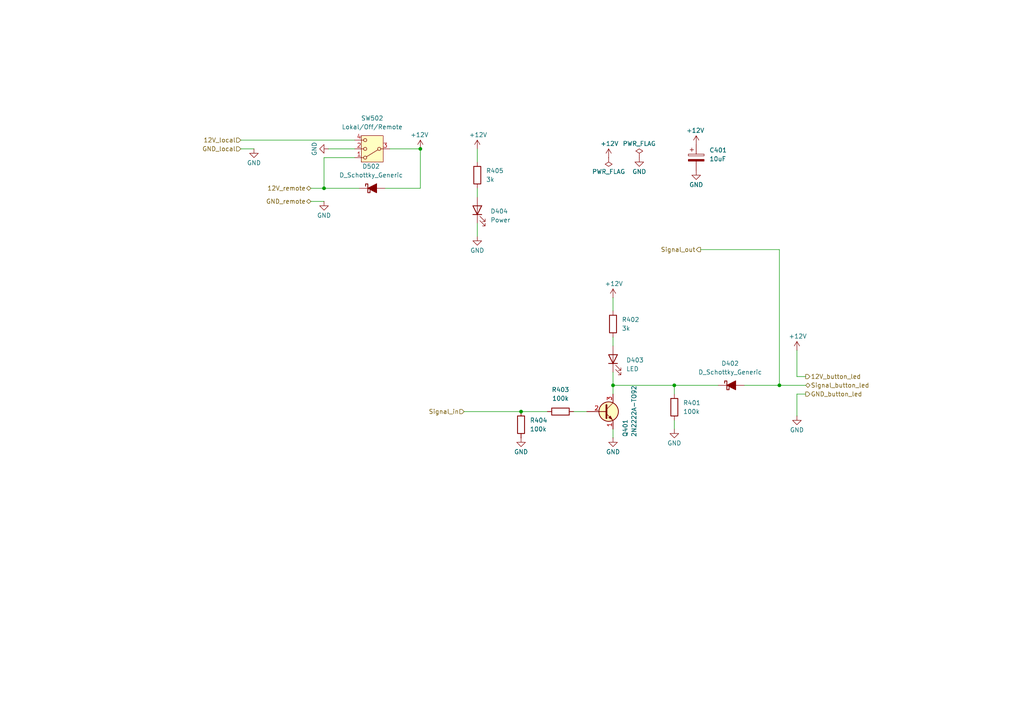
<source format=kicad_sch>
(kicad_sch (version 20231120) (generator "eeschema") (generator_version "8.0")
  (paper "A4")
  (title_block (title "Base") (date "2024-10-23") (rev "v1") (company "suuppl") (comment 1 "2024 (c) EUPL v1.2"))
  (lib_symbols
    (symbol "Capacitor_AKL:CP_Radial_D5.0mm_P2.00mm" (pin_numbers hide) (pin_names (offset 0.254))
      (property "Reference" "C" (at 0.635 2.54 0))
      (property "Value" "CP_Radial_D5.0mm_P2.00mm" (at 0.635 -2.54 0))
      (symbol "CP_Radial_D5.0mm_P2.00mm_0_1"
        (rectangle (start -2.286 0.508) (end 2.286 1.016))
        (polyline (pts (xy -1.778 2.286) (xy -0.762 2.286)))
        (polyline (pts (xy -1.27 2.794) (xy -1.27 1.778)))
        (rectangle (start 2.286 -0.508) (end -2.286 -1.016) (fill (type outline)))
      )
      (symbol "CP_Radial_D5.0mm_P2.00mm_1_1"
        (pin passive line (at 0 3.81 270) (length 2.794) (name "~") (number "1"))
        (pin passive line (at 0 -3.81 90) (length 2.794) (name "~") (number "2"))
      )
    )
    (symbol "Device:LED" (pin_numbers hide) (pin_names (offset 1.016) hide)
      (property "Reference" "D" (at 0 2.54 0))
      (property "Value" "LED" (at 0 -2.54 0))
      (symbol "LED_0_1"
        (polyline (pts (xy -1.27 -1.27) (xy -1.27 1.27)) (stroke (width 0.254)))
        (polyline (pts (xy -1.27 0) (xy 1.27 0)))
        (polyline (pts (xy 1.27 -1.27) (xy 1.27 1.27) (xy -1.27 0) (xy 1.27 -1.27)) (stroke (width 0.254)))
        (polyline (pts (xy -3.048 -0.762) (xy -4.572 -2.286) (xy -3.81 -2.286) (xy -4.572 -2.286) (xy -4.572 -1.524)))
        (polyline (pts (xy -1.778 -0.762) (xy -3.302 -2.286) (xy -2.54 -2.286) (xy -3.302 -2.286) (xy -3.302 -1.524)))
      )
      (symbol "LED_1_1"
        (pin passive line (at -3.81 0 0) (length 2.54) (name "K") (number "1"))
        (pin passive line (at 3.81 0 180) (length 2.54) (name "A") (number "2"))
      )
    )
    (symbol "Device:R" (pin_numbers hide) (pin_names (offset 0))
      (property "Reference" "R" (at 2.032 0 90))
      (property "Value" "R" (at 0 0 90))
      (symbol "R_0_1"
        (rectangle (start -1.016 -2.54) (end 1.016 2.54) (stroke (width 0.254)))
      )
      (symbol "R_1_1"
        (pin passive line (at 0 3.81 270) (length 1.27) (name "~") (number "1"))
        (pin passive line (at 0 -3.81 90) (length 1.27) (name "~") (number "2"))
      )
    )
    (symbol "Diode_Schottky_AKL:D_Schottky_Generic" (pin_numbers hide) (pin_names (offset 1.016) hide)
      (property "Reference" "D" (at 0 5.08 0))
      (property "Value" "D_Schottky_Generic" (at 0 2.54 0))
      (symbol "D_Schottky_Generic_0_1"
        (polyline (pts (xy -1.27 0) (xy 1.27 0)))
        (polyline (pts (xy -1.27 -1.27) (xy -1.27 1.27) (xy 1.27 0) (xy -1.27 -1.27)) (stroke (width 0.254)) (fill (type outline)))
        (polyline (pts (xy 1.905 -0.635) (xy 1.905 -1.27) (xy 1.27 -1.27) (xy 1.27 1.27) (xy 0.635 1.27) (xy 0.635 0.635)) (stroke (width 0.254)))
      )
      (symbol "D_Schottky_Generic_1_1"
        (pin passive line (at 3.81 0 180) (length 2.54) (name "K") (number "1"))
        (pin passive line (at -3.81 0 0) (length 2.54) (name "A") (number "2"))
      )
    )
    (symbol "Seppl_power:PWR_FLAG" (power) (pin_numbers hide) (pin_names (offset 0) hide)
      (property "Value" "PWR_FLAG" (at 0 3.81 0))
      (symbol "PWR_FLAG_0_0"
        (pin power_out line (at 0 0 90) (length 0) (name "pwr") (number "1"))
      )
      (symbol "PWR_FLAG_0_1"
        (polyline (pts (xy 0 0) (xy 0 1.27) (xy -1.016 1.905) (xy 0 2.54) (xy 1.016 1.905) (xy 0 1.27)))
      )
    )
    (symbol "Switch:SW_SP3T" (pin_names (offset 0) hide)
      (property "Reference" "SW" (at 0 5.08 0))
      (property "Value" "SW_SP3T" (at 0 -5.08 0))
      (symbol "SW_SP3T_0_1"
        (circle (center -2.032 0) (radius 0.4572))
        (polyline (pts (xy -1.651 0.254) (xy 1.651 2.286)))
        (circle (center 2.032 -2.54) (radius 0.4572))
        (circle (center 2.032 0) (radius 0.4572))
        (circle (center 2.032 2.54) (radius 0.4572))
      )
      (symbol "SW_SP3T_1_1"
        (rectangle (start -3.175 3.81) (end 3.175 -3.81) (fill (type background)))
        (pin passive line (at 5.08 2.54 180) (length 2.54) (name "1") (number "1"))
        (pin passive line (at 5.08 0 180) (length 2.54) (name "2") (number "2"))
        (pin passive line (at -5.08 0 0) (length 2.54) (name "3") (number "3"))
        (pin passive line (at 5.08 -2.54 180) (length 2.54) (name "4") (number "4"))
      )
    )
    (symbol "Transistor_BJT_AKL:2N2222A-TO92" (pin_names hide)
      (property "Reference" "Q" (at 5.08 1.27 0))
      (property "Value" "2N2222A-TO92" (at 5.08 -1.27 0))
      (symbol "2N2222A-TO92_0_1"
        (polyline (pts (xy 0.635 0.635) (xy 2.54 2.54)))
        (polyline (pts (xy 0.635 -0.635) (xy 2.54 -2.54) (xy 2.54 -2.54)))
        (polyline (pts (xy 0.635 1.905) (xy 0.635 -1.905) (xy 0.635 -1.905)) (stroke (width 0.508)))
        (polyline (pts (xy 1.27 -1.778) (xy 1.778 -1.27) (xy 2.286 -2.286) (xy 1.27 -1.778) (xy 1.27 -1.778)) (fill (type outline)))
        (circle (center 1.27 0) (radius 2.8194) (stroke (width 0.254)) (fill (type background)))
      )
      (symbol "2N2222A-TO92_1_1"
        (pin passive line (at 2.54 -5.08 90) (length 2.54) (name "E") (number "1"))
        (pin passive line (at -5.08 0 0) (length 5.715) (name "B") (number "2"))
        (pin passive line (at 2.54 5.08 270) (length 2.54) (name "C") (number "3"))
      )
    )
    (symbol "power:+12V" (power) (pin_numbers hide) (pin_names (offset 0) hide)
      (property "Value" "+12V" (at 0 3.556 0))
      (symbol "+12V_0_1"
        (polyline (pts (xy -0.762 1.27) (xy 0 2.54)))
        (polyline (pts (xy 0 0) (xy 0 2.54)))
        (polyline (pts (xy 0 2.54) (xy 0.762 1.27)))
      )
      (symbol "+12V_1_1"
        (pin power_in line (at 0 0 90) (length 0) (name "~") (number "1"))
      )
    )
    (symbol "power:GND" (power) (pin_numbers hide) (pin_names (offset 0) hide)
      (property "Value" "GND" (at 0 -3.81 0))
      (symbol "GND_0_1"
        (polyline (pts (xy 0 0) (xy 0 -1.27) (xy 1.27 -1.27) (xy 0 -2.54) (xy -1.27 -1.27) (xy 0 -1.27)))
      )
      (symbol "GND_1_1"
        (pin power_in line (at 0 0 270) (length 0) (name "~") (number "1"))
      )
    )
  )
  (junction (at 151.13 119.38))
  (junction (at 195.58 111.76))
  (junction (at 121.92 43.18))
  (junction (at 177.8 111.76))
  (junction (at 93.98 54.61))
  (junction (at 226.06 111.76))
  (wire (pts (xy 231.14 101.6) (xy 231.14 109.22)))
  (wire (pts (xy 138.43 43.18) (xy 138.43 46.99)))
  (wire (pts (xy 177.8 86.36) (xy 177.8 90.17)))
  (wire (pts (xy 215.9 111.76) (xy 226.06 111.76)))
  (wire (pts (xy 166.37 119.38) (xy 170.18 119.38)))
  (wire (pts (xy 111.76 54.61) (xy 121.92 54.61)))
  (wire (pts (xy 233.68 111.76) (xy 226.06 111.76)))
  (wire (pts (xy 177.8 107.95) (xy 177.8 111.76)))
  (wire (pts (xy 231.14 120.65) (xy 231.14 114.3)))
  (wire (pts (xy 226.06 72.39) (xy 226.06 111.76)))
  (wire (pts (xy 134.62 119.38) (xy 151.13 119.38)))
  (wire (pts (xy 177.8 111.76) (xy 195.58 111.76)))
  (wire (pts (xy 104.14 54.61) (xy 93.98 54.61)))
  (wire (pts (xy 195.58 111.76) (xy 195.58 114.3)))
  (wire (pts (xy 231.14 114.3) (xy 233.68 114.3)))
  (wire (pts (xy 177.8 97.79) (xy 177.8 100.33)))
  (wire (pts (xy 95.25 43.18) (xy 102.87 43.18)))
  (wire (pts (xy 195.58 124.46) (xy 195.58 121.92)))
  (wire (pts (xy 177.8 127) (xy 177.8 124.46)))
  (wire (pts (xy 90.17 54.61) (xy 93.98 54.61)))
  (wire (pts (xy 69.85 40.64) (xy 102.87 40.64)))
  (wire (pts (xy 113.03 43.18) (xy 121.92 43.18)))
  (wire (pts (xy 195.58 111.76) (xy 208.28 111.76)))
  (wire (pts (xy 151.13 119.38) (xy 158.75 119.38)))
  (wire (pts (xy 93.98 45.72) (xy 102.87 45.72)))
  (wire (pts (xy 93.98 58.42) (xy 90.17 58.42)))
  (wire (pts (xy 138.43 64.77) (xy 138.43 68.58)))
  (wire (pts (xy 138.43 54.61) (xy 138.43 57.15)))
  (wire (pts (xy 231.14 109.22) (xy 233.68 109.22)))
  (wire (pts (xy 93.98 54.61) (xy 93.98 45.72)))
  (wire (pts (xy 69.85 43.18) (xy 73.66 43.18)))
  (wire (pts (xy 121.92 54.61) (xy 121.92 43.18)))
  (wire (pts (xy 177.8 111.76) (xy 177.8 114.3)))
  (wire (pts (xy 203.2 72.39) (xy 226.06 72.39)))
  (hierarchical_label "Signal_out" (shape output) (at 203.2 72.39 180))
  (hierarchical_label "12V_remote" (shape bidirectional) (at 90.17 54.61 180))
  (hierarchical_label "GND_button_led" (shape output) (at 233.68 114.3 0))
  (hierarchical_label "12V_local" (shape input) (at 69.85 40.64 180))
  (hierarchical_label "Signal_button_led" (shape bidirectional) (at 233.68 111.76 0))
  (hierarchical_label "12V_button_led" (shape output) (at 233.68 109.22 0))
  (hierarchical_label "Signal_in" (shape input) (at 134.62 119.38 180))
  (hierarchical_label "GND_local" (shape input) (at 69.85 43.18 180))
  (hierarchical_label "GND_remote" (shape bidirectional) (at 90.17 58.42 180))
  (symbol (lib_id "Device:R") (at 162.56 119.38 90) (unit 1)
    (property "Reference" "R403" (at 162.56 113.03 90))
    (property "Value" "100k" (at 162.56 115.57 90))
    (property "Description" "Resistor" (effects (hide yes)))
    (instances (project "xlr_light_signal_v1" (path "" (reference "R403") (unit 1)) (path "" (reference "R503") (unit 1))))
  )
  (symbol (lib_id "Device:R") (at 151.13 123.19 180) (unit 1)
    (property "Reference" "R404" (at 153.67 121.9199 0) (effects (justify right)))
    (property "Value" "100k" (at 153.67 124.4599 0) (effects (justify right)))
    (property "Description" "Resistor" (effects (hide yes)))
    (instances (project "xlr_light_signal_v1" (path "" (reference "R404") (unit 1)) (path "" (reference "R502") (unit 1))))
  )
  (symbol (lib_id "Switch:SW_SP3T") (at 107.95 43.18 180) (unit 1)
    (property "Reference" "SW502" (at 107.95 34.29 0))
    (property "Value" "Lokal/Off/Remote" (at 107.95 36.83 0))
    (property "Description" "Switch, three position, single pole triple throw, 3 position switch, SP3T" (effects (hide yes)))
  )
  (symbol (lib_id "power:+12V") (at 201.93 41.91 0) (unit 1)
    (property "Reference" "#PWR0402" (effects (hide yes)))
    (property "Value" "+12V" (at 201.676 37.846 0))
    (property "Description" "Power symbol creates a global label with name \"+12V\"" (effects (hide yes)))
    (instances (project "xlr_light_signal_v1" (path "" (reference "#PWR0402") (unit 1)) (path "" (reference "#PWR0513") (unit 1))))
  )
  (symbol (lib_id "power:GND") (at 231.14 120.65 0) (unit 1)
    (property "Reference" "#PWR0406" (effects (hide yes)))
    (property "Value" "GND" (at 231.14 124.714 0))
    (property "Description" "Power symbol creates a global label with name \"GND\" , ground" (effects (hide yes)))
    (instances (project "xlr_light_signal_v1" (path "" (reference "#PWR0406") (unit 1)) (path "" (reference "#PWR0516") (unit 1))))
  )
  (symbol (lib_id "Capacitor_AKL:CP_Radial_D5.0mm_P2.00mm") (at 201.93 45.72 0) (unit 1)
    (property "Reference" "C401" (at 205.74 43.5609 0) (effects (justify left)))
    (property "Value" "10uF" (at 205.74 46.1009 0) (effects (justify left)))
    (property "Footprint" "Capacitor_THT_AKL:CP_Radial_D5.0mm_P2.00mm" (effects (hide yes)))
    (property "Description" "THT Electrolytic Capacitor, 5.0mm Diameter, 2.00mm Pitch, European Symbol, Alternate KiCad Library" (effects (hide yes)))
    (instances (project "xlr_light_signal_v1" (path "" (reference "C401") (unit 1)) (path "" (reference "C501") (unit 1))))
  )
  (symbol (lib_id "Transistor_BJT_AKL:2N2222A-TO92") (at 175.26 119.38 0) (unit 1)
    (property "Reference" "Q401" (at 181.356 126.746 90) (effects (justify left)))
    (property "Value" "2N2222A-TO92" (at 183.896 126.746 90) (effects (justify left)))
    (property "Footprint" "Package_TO_SOT_THT_AKL:TO-92_Inline_Wide_EBC" (effects (hide yes)))
    (property "Datasheet" "https://www.tme.eu/Document/f56ae9fa05736feb390d26bab71fb0d5/2n2222a.pdf" (effects (hide yes)))
    (property "Description" "NPN TO-92 transistor, 40V, 0.6A, 625mW, Alternate KiCAD Library" (effects (hide yes)))
    (instances (project "xlr_light_signal_v1" (path "" (reference "Q401") (unit 1)) (path "" (reference "Q501") (unit 1))))
  )
  (symbol (lib_id "power:GND") (at 73.66 43.18 0) (unit 1)
    (property "Reference" "#PWR0407" (effects (hide yes)))
    (property "Value" "GND" (at 73.66 47.244 0))
    (property "Description" "Power symbol creates a global label with name \"GND\" , ground" (effects (hide yes)))
    (instances (project "xlr_light_signal_v1" (path "" (reference "#PWR0407") (unit 1)) (path "" (reference "#PWR0501") (unit 1))))
  )
  (symbol (lib_id "Device:LED") (at 138.43 60.96 90) (unit 1)
    (property "Reference" "D404" (at 142.24 61.2774 90) (effects (justify right)))
    (property "Value" "Power" (at 142.24 63.8174 90) (effects (justify right)))
    (property "Description" "Light emitting diode" (effects (hide yes)))
    (instances (project "xlr_light_signal_v1" (path "" (reference "D404") (unit 1)) (path "" (reference "D503") (unit 1))))
  )
  (symbol (lib_id "Diode_Schottky_AKL:D_Schottky_Generic") (at 107.95 54.61 180) (unit 1)
    (property "Reference" "D502" (at 107.6325 48.26 0))
    (property "Value" "D_Schottky_Generic" (at 107.6325 50.8 0))
    (property "Description" "Schottky diode, Generic Symbol, Alternate KiCAD Library" (effects (hide yes)))
  )
  (symbol (lib_id "Device:R") (at 195.58 118.11 0) (unit 1)
    (property "Reference" "R401" (at 198.12 116.8399 0) (effects (justify left)))
    (property "Value" "100k" (at 198.12 119.3799 0) (effects (justify left)))
    (property "Description" "Resistor" (effects (hide yes)))
    (instances (project "xlr_light_signal_v1" (path "" (reference "R401") (unit 1)) (path "" (reference "R505") (unit 1))))
  )
  (symbol (lib_id "power:+12V") (at 121.92 43.18 0) (unit 1)
    (property "Reference" "#PWR0408" (effects (hide yes)))
    (property "Value" "+12V" (at 121.666 39.116 0))
    (property "Description" "Power symbol creates a global label with name \"+12V\"" (effects (hide yes)))
    (instances (project "xlr_light_signal_v1" (path "" (reference "#PWR0408") (unit 1)) (path "" (reference "#PWR0504") (unit 1))))
  )
  (symbol (lib_id "Device:LED") (at 177.8 104.14 90) (unit 1)
    (property "Reference" "D403" (at 181.61 104.4574 90) (effects (justify right)))
    (property "Value" "LED" (at 181.61 106.9974 90) (effects (justify right)))
    (property "Description" "Light emitting diode" (effects (hide yes)))
    (instances (project "xlr_light_signal_v1" (path "" (reference "D403") (unit 1)) (path "" (reference "D504") (unit 1))))
  )
  (symbol (lib_id "power:GND") (at 195.58 124.46 0) (unit 1)
    (property "Reference" "#PWR0412" (effects (hide yes)))
    (property "Value" "GND" (at 195.58 128.524 0))
    (property "Description" "Power symbol creates a global label with name \"GND\" , ground" (effects (hide yes)))
    (instances (project "xlr_light_signal_v1" (path "" (reference "#PWR0412") (unit 1)) (path "" (reference "#PWR0512") (unit 1))))
  )
  (symbol (lib_id "Seppl_power:PWR_FLAG") (at 176.53 45.72 180) (unit 1)
    (property "Reference" "#FLG0401" (effects (hide yes)))
    (property "Value" "PWR_FLAG" (at 176.53 49.784 0))
    (property "Description" "Special symbol for telling ERC where power comes from" (effects (hide yes)))
    (instances (project "xlr_light_signal_v1" (path "" (reference "#FLG0401") (unit 1)) (path "" (reference "#FLG0501") (unit 1))))
  )
  (symbol (lib_id "power:+12V") (at 231.14 101.6 0) (mirror y) (unit 1)
    (property "Reference" "#PWR0405" (effects (hide yes)))
    (property "Value" "+12V" (at 231.394 97.536 0))
    (property "Description" "Power symbol creates a global label with name \"+12V\"" (effects (hide yes)))
    (instances (project "xlr_light_signal_v1" (path "" (reference "#PWR0405") (unit 1)) (path "" (reference "#PWR0515") (unit 1))))
  )
  (symbol (lib_id "Seppl_power:PWR_FLAG") (at 185.42 45.72 0) (unit 1)
    (property "Reference" "#FLG0402" (effects (hide yes)))
    (property "Value" "PWR_FLAG" (at 185.42 41.656 0))
    (property "Description" "Special symbol for telling ERC where power comes from" (effects (hide yes)))
    (instances (project "xlr_light_signal_v1" (path "" (reference "#FLG0402") (unit 1)) (path "" (reference "#FLG0502") (unit 1))))
  )
  (symbol (lib_id "power:+12V") (at 177.8 86.36 0) (mirror y) (unit 1)
    (property "Reference" "#PWR0413" (effects (hide yes)))
    (property "Value" "+12V" (at 178.054 82.296 0))
    (property "Description" "Power symbol creates a global label with name \"+12V\"" (effects (hide yes)))
    (instances (project "xlr_light_signal_v1" (path "" (reference "#PWR0413") (unit 1)) (path "" (reference "#PWR0509") (unit 1))))
  )
  (symbol (lib_id "power:GND") (at 177.8 127 0) (unit 1)
    (property "Reference" "#PWR0414" (effects (hide yes)))
    (property "Value" "GND" (at 177.8 131.064 0))
    (property "Description" "Power symbol creates a global label with name \"GND\" , ground" (effects (hide yes)))
    (instances (project "xlr_light_signal_v1" (path "" (reference "#PWR0414") (unit 1)) (path "" (reference "#PWR0510") (unit 1))))
  )
  (symbol (lib_id "Device:R") (at 177.8 93.98 0) (unit 1)
    (property "Reference" "R402" (at 180.34 92.7099 0) (effects (justify left)))
    (property "Value" "3k" (at 180.34 95.2499 0) (effects (justify left)))
    (property "Description" "Resistor" (effects (hide yes)))
    (instances (project "xlr_light_signal_v1" (path "" (reference "R402") (unit 1)) (path "" (reference "R504") (unit 1))))
  )
  (symbol (lib_id "power:GND") (at 185.42 45.72 0) (mirror y) (unit 1)
    (property "Reference" "#PWR0404" (effects (hide yes)))
    (property "Value" "GND" (at 185.42 49.784 0))
    (property "Description" "Power symbol creates a global label with name \"GND\" , ground" (effects (hide yes)))
    (instances (project "xlr_light_signal_v1" (path "" (reference "#PWR0404") (unit 1)) (path "" (reference "#PWR0511") (unit 1))))
  )
  (symbol (lib_id "power:+12V") (at 138.43 43.18 0) (mirror y) (unit 1)
    (property "Reference" "#PWR0416" (effects (hide yes)))
    (property "Value" "+12V" (at 138.684 39.116 0))
    (property "Description" "Power symbol creates a global label with name \"+12V\"" (effects (hide yes)))
    (instances (project "xlr_light_signal_v1" (path "" (reference "#PWR0416") (unit 1)) (path "" (reference "#PWR0505") (unit 1))))
  )
  (symbol (lib_id "power:GND") (at 138.43 68.58 0) (unit 1)
    (property "Reference" "#PWR0417" (effects (hide yes)))
    (property "Value" "GND" (at 138.43 72.644 0))
    (property "Description" "Power symbol creates a global label with name \"GND\" , ground" (effects (hide yes)))
    (instances (project "xlr_light_signal_v1" (path "" (reference "#PWR0417") (unit 1)) (path "" (reference "#PWR0506") (unit 1))))
  )
  (symbol (lib_id "power:GND") (at 95.25 43.18 270) (unit 1)
    (property "Reference" "#PWR0409" (effects (hide yes)))
    (property "Value" "GND" (at 91.186 43.18 0))
    (property "Description" "Power symbol creates a global label with name \"GND\" , ground" (effects (hide yes)))
    (instances (project "xlr_light_signal_v1" (path "" (reference "#PWR0409") (unit 1)) (path "" (reference "#PWR0503") (unit 1))))
  )
  (symbol (lib_id "power:GND") (at 201.93 49.53 0) (unit 1)
    (property "Reference" "#PWR0403" (effects (hide yes)))
    (property "Value" "GND" (at 201.93 53.594 0))
    (property "Description" "Power symbol creates a global label with name \"GND\" , ground" (effects (hide yes)))
    (instances (project "xlr_light_signal_v1" (path "" (reference "#PWR0403") (unit 1)) (path "" (reference "#PWR0514") (unit 1))))
  )
  (symbol (lib_id "power:GND") (at 93.98 58.42 0) (unit 1)
    (property "Reference" "#PWR0410" (effects (hide yes)))
    (property "Value" "GND" (at 93.98 62.484 0))
    (property "Description" "Power symbol creates a global label with name \"GND\" , ground" (effects (hide yes)))
    (instances (project "xlr_light_signal_v1" (path "" (reference "#PWR0410") (unit 1)) (path "" (reference "#PWR0502") (unit 1))))
  )
  (symbol (lib_id "power:GND") (at 151.13 127 0) (unit 1)
    (property "Reference" "#PWR0415" (effects (hide yes)))
    (property "Value" "GND" (at 151.13 131.064 0))
    (property "Description" "Power symbol creates a global label with name \"GND\" , ground" (effects (hide yes)))
    (instances (project "xlr_light_signal_v1" (path "" (reference "#PWR0415") (unit 1)) (path "" (reference "#PWR0507") (unit 1))))
  )
  (symbol (lib_id "Device:R") (at 138.43 50.8 0) (unit 1)
    (property "Reference" "R405" (at 140.97 49.5299 0) (effects (justify left)))
    (property "Value" "3k" (at 140.97 52.0699 0) (effects (justify left)))
    (property "Description" "Resistor" (effects (hide yes)))
    (instances (project "xlr_light_signal_v1" (path "" (reference "R405") (unit 1)) (path "" (reference "R501") (unit 1))))
  )
  (symbol (lib_id "Diode_Schottky_AKL:D_Schottky_Generic") (at 212.09 111.76 180) (unit 1)
    (property "Reference" "D402" (at 211.7725 105.41 0))
    (property "Value" "D_Schottky_Generic" (at 211.7725 107.95 0))
    (property "Description" "Schottky diode, Generic Symbol, Alternate KiCAD Library" (effects (hide yes)))
    (instances (project "xlr_light_signal_v1" (path "" (reference "D402") (unit 1)) (path "" (reference "D505") (unit 1))))
  )
  (symbol (lib_id "power:+12V") (at 176.53 45.72 0) (mirror y) (unit 1)
    (property "Reference" "#PWR0401" (effects (hide yes)))
    (property "Value" "+12V" (at 176.784 41.656 0))
    (property "Description" "Power symbol creates a global label with name \"+12V\"" (effects (hide yes)))
    (instances (project "xlr_light_signal_v1" (path "" (reference "#PWR0401") (unit 1)) (path "" (reference "#PWR0508") (unit 1))))
  )
)
</source>
